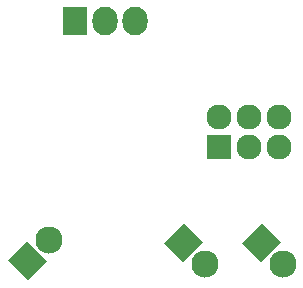
<source format=gbs>
G04 #@! TF.FileFunction,Soldermask,Bot*
%FSLAX46Y46*%
G04 Gerber Fmt 4.6, Leading zero omitted, Abs format (unit mm)*
G04 Created by KiCad (PCBNEW 4.0.1-stable) date Tuesday, March 29, 2016 'AMt' 12:48:36 AM*
%MOMM*%
G01*
G04 APERTURE LIST*
%ADD10C,0.100000*%
%ADD11C,2.300000*%
%ADD12R,2.127200X2.127200*%
%ADD13O,2.127200X2.127200*%
%ADD14R,2.127200X2.432000*%
%ADD15O,2.127200X2.432000*%
G04 APERTURE END LIST*
D10*
G36*
X130185701Y-117891355D02*
X128559355Y-119517701D01*
X126862299Y-117820645D01*
X128488645Y-116194299D01*
X130185701Y-117891355D01*
X130185701Y-117891355D01*
G37*
D11*
X130320051Y-116059949D03*
D10*
G36*
X148300645Y-117993701D02*
X146674299Y-116367355D01*
X148371355Y-114670299D01*
X149997701Y-116296645D01*
X148300645Y-117993701D01*
X148300645Y-117993701D01*
G37*
D11*
X150132051Y-118128051D03*
D10*
G36*
X141696645Y-117993701D02*
X140070299Y-116367355D01*
X141767355Y-114670299D01*
X143393701Y-116296645D01*
X141696645Y-117993701D01*
X141696645Y-117993701D01*
G37*
D11*
X143528051Y-118128051D03*
D12*
X144780000Y-108204000D03*
D13*
X144780000Y-105664000D03*
X147320000Y-108204000D03*
X147320000Y-105664000D03*
X149860000Y-108204000D03*
X149860000Y-105664000D03*
D14*
X132588000Y-97536000D03*
D15*
X135128000Y-97536000D03*
X137668000Y-97536000D03*
M02*

</source>
